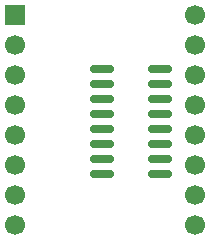
<source format=gts>
G04 #@! TF.GenerationSoftware,KiCad,Pcbnew,9.0.6*
G04 #@! TF.CreationDate,2026-01-05T14:24:44-06:00*
G04 #@! TF.ProjectId,SOIC-16_3.9x9.9_P1.27,534f4943-2d31-4365-9f33-2e3978392e39,rev?*
G04 #@! TF.SameCoordinates,Original*
G04 #@! TF.FileFunction,Soldermask,Top*
G04 #@! TF.FilePolarity,Negative*
%FSLAX46Y46*%
G04 Gerber Fmt 4.6, Leading zero omitted, Abs format (unit mm)*
G04 Created by KiCad (PCBNEW 9.0.6) date 2026-01-05 14:24:44*
%MOMM*%
%LPD*%
G01*
G04 APERTURE LIST*
G04 Aperture macros list*
%AMRoundRect*
0 Rectangle with rounded corners*
0 $1 Rounding radius*
0 $2 $3 $4 $5 $6 $7 $8 $9 X,Y pos of 4 corners*
0 Add a 4 corners polygon primitive as box body*
4,1,4,$2,$3,$4,$5,$6,$7,$8,$9,$2,$3,0*
0 Add four circle primitives for the rounded corners*
1,1,$1+$1,$2,$3*
1,1,$1+$1,$4,$5*
1,1,$1+$1,$6,$7*
1,1,$1+$1,$8,$9*
0 Add four rect primitives between the rounded corners*
20,1,$1+$1,$2,$3,$4,$5,0*
20,1,$1+$1,$4,$5,$6,$7,0*
20,1,$1+$1,$6,$7,$8,$9,0*
20,1,$1+$1,$8,$9,$2,$3,0*%
G04 Aperture macros list end*
%ADD10C,1.700000*%
%ADD11R,1.700000X1.700000*%
%ADD12RoundRect,0.150000X-0.825000X-0.150000X0.825000X-0.150000X0.825000X0.150000X-0.825000X0.150000X0*%
G04 APERTURE END LIST*
D10*
X134366000Y-107676001D03*
X134366000Y-105136000D03*
X134366000Y-102596000D03*
X134366000Y-100056000D03*
X134366000Y-97516000D03*
X134366000Y-94975999D03*
X134366000Y-92436000D03*
X134366000Y-89896000D03*
D11*
X119126000Y-89896000D03*
D10*
X119126000Y-92436000D03*
X119126000Y-94976000D03*
X119126000Y-97516000D03*
X119126000Y-100056000D03*
X119126000Y-102596000D03*
X119126000Y-105136000D03*
X119126000Y-107676000D03*
D12*
X126465250Y-94428500D03*
X126465250Y-95698500D03*
X126465250Y-96968500D03*
X126465250Y-98238500D03*
X126465250Y-99508500D03*
X126465250Y-100778500D03*
X126465250Y-102048500D03*
X126465250Y-103318500D03*
X131415250Y-103318500D03*
X131415250Y-102048500D03*
X131415250Y-100778500D03*
X131415250Y-99508500D03*
X131415250Y-98238500D03*
X131415250Y-96968500D03*
X131415250Y-95698500D03*
X131415250Y-94428500D03*
M02*

</source>
